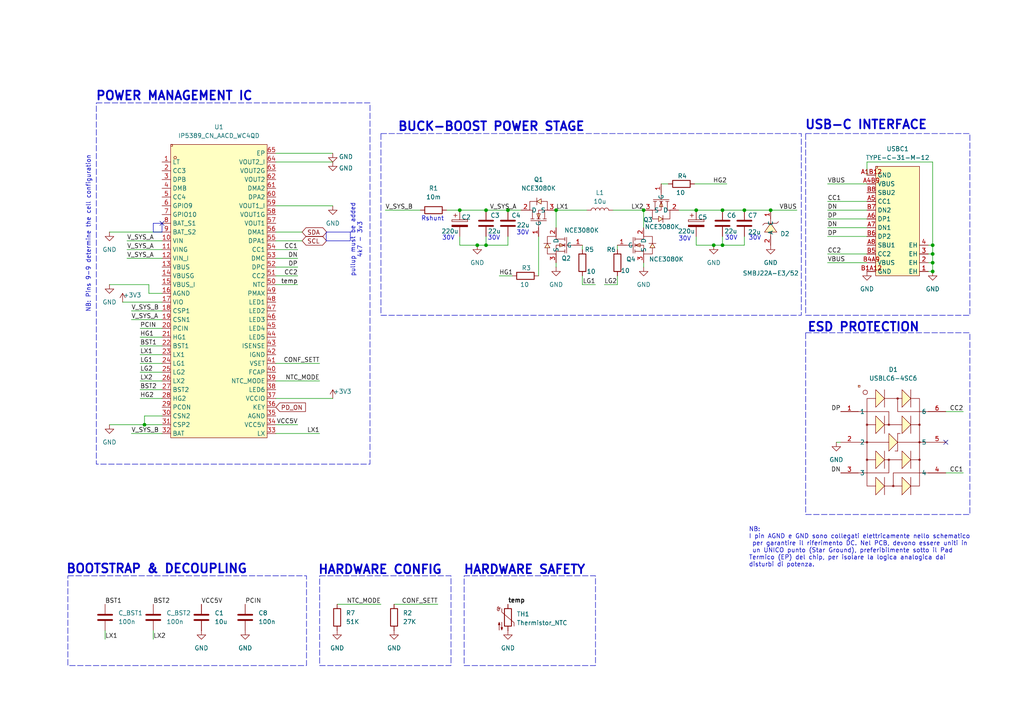
<source format=kicad_sch>
(kicad_sch (version 20250114) (generator "eeschema") (generator_version "9.0")
  (paper "A4")
  (title_block (comment 1 "Angelo Perotti"))
  (lib_symbols
    (symbol "Device:C" (pin_numbers (hide yes)) (pin_names (offset 0.254))
      (property "Reference" "C" (at 0.635 2.54 0))
      (property "Value" "C" (at 0.635 -2.54 0))
      (symbol "C_0_1"
        (polyline (pts (xy -2.032 0.762) (xy 2.032 0.762)) (stroke (width 0.508)))
        (polyline (pts (xy -2.032 -0.762) (xy 2.032 -0.762)) (stroke (width 0.508)))
      )
      (symbol "C_1_1"
        (pin passive line (at 0 3.81 270) (length 2.794) (name "~") (number "1"))
        (pin passive line (at 0 -3.81 90) (length 2.794) (name "~") (number "2"))
      )
    )
    (symbol "Device:C_Polarized" (pin_numbers (hide yes)) (pin_names (offset 0.254))
      (property "Reference" "C" (at 0.635 2.54 0))
      (property "Value" "C_Polarized" (at 0.635 -2.54 0))
      (symbol "C_Polarized_0_1"
        (rectangle (start -2.286 0.508) (end 2.286 1.016))
        (polyline (pts (xy -1.778 2.286) (xy -0.762 2.286)))
        (polyline (pts (xy -1.27 2.794) (xy -1.27 1.778)))
        (rectangle (start 2.286 -0.508) (end -2.286 -1.016) (fill (type outline)))
      )
      (symbol "C_Polarized_1_1"
        (pin passive line (at 0 3.81 270) (length 2.794) (name "~") (number "1"))
        (pin passive line (at 0 -3.81 90) (length 2.794) (name "~") (number "2"))
      )
    )
    (symbol "Device:L" (pin_numbers (hide yes)) (pin_names (offset 1.016) (hide yes))
      (property "Reference" "L" (at -1.27 0 90))
      (property "Value" "L" (at 1.905 0 90))
      (symbol "L_0_1"
        (arc (start 0 2.54) (mid 0.6323 1.905) (end 0 1.27))
        (arc (start 0 1.27) (mid 0.6323 0.635) (end 0 0))
        (arc (start 0 0) (mid 0.6323 -0.635) (end 0 -1.27))
        (arc (start 0 -1.27) (mid 0.6323 -1.905) (end 0 -2.54))
      )
      (symbol "L_1_1"
        (pin passive line (at 0 3.81 270) (length 1.27) (name "1") (number "1"))
        (pin passive line (at 0 -3.81 90) (length 1.27) (name "2") (number "2"))
      )
    )
    (symbol "Device:R" (pin_numbers (hide yes)) (pin_names (offset 0))
      (property "Reference" "R" (at 2.032 0 90))
      (property "Value" "R" (at 0 0 90))
      (symbol "R_0_1"
        (rectangle (start -1.016 -2.54) (end 1.016 2.54) (stroke (width 0.254)))
      )
      (symbol "R_1_1"
        (pin passive line (at 0 3.81 270) (length 1.27) (name "~") (number "1"))
        (pin passive line (at 0 -3.81 90) (length 1.27) (name "~") (number "2"))
      )
    )
    (symbol "Device:Thermistor_NTC" (pin_numbers (hide yes)) (pin_names (offset 0))
      (property "Reference" "TH" (at -4.445 0 90))
      (property "Value" "Thermistor_NTC" (at 3.175 0 90))
      (symbol "Thermistor_NTC_0_1"
        (arc (start -3.175 2.413) (mid -3.0506 2.3165) (end -3.048 2.159))
        (arc (start -3.048 2.794) (mid -2.9736 2.9736) (end -2.794 3.048))
        (arc (start -2.794 3.048) (mid -2.6144 2.9736) (end -2.54 2.794))
        (arc (start -2.794 2.54) (mid -2.9736 2.6144) (end -3.048 2.794))
        (arc (start -2.794 1.905) (mid -2.9736 1.9794) (end -3.048 2.159))
        (arc (start -2.54 2.159) (mid -2.6144 1.9794) (end -2.794 1.905))
        (arc (start -2.159 2.794) (mid -2.434 2.5608) (end -2.794 2.54))
        (polyline (pts (xy -2.54 2.159) (xy -2.54 2.794)))
        (polyline (pts (xy -2.54 -3.683) (xy -2.54 -1.397) (xy -2.794 -2.159) (xy -2.286 -2.159) (xy -2.54 -1.397) (xy -2.54 -1.651)) (fill (type outline)))
        (polyline (pts (xy -1.778 2.54) (xy -1.778 1.524) (xy 1.778 -1.524) (xy 1.778 -2.54)))
        (polyline (pts (xy -1.778 -1.397) (xy -1.778 -3.683) (xy -2.032 -2.921) (xy -1.524 -2.921) (xy -1.778 -3.683) (xy -1.778 -3.429)) (fill (type outline)))
        (rectangle (start -1.016 2.54) (end 1.016 -2.54) (stroke (width 0.254)))
      )
      (symbol "Thermistor_NTC_1_1"
        (pin passive line (at 0 3.81 270) (length 1.27) (name "~") (number "1"))
        (pin passive line (at 0 -3.81 90) (length 1.27) (name "~") (number "2"))
      )
    )
    (symbol "EasyEDA:IP5389_CN_AACD_WC4QD"
      (property "Reference" "U1" (at 0 48.26 0))
      (property "Value" "IP5389_CN_AACD_WC4QD" (at 0 45.72 0))
      (symbol "IP5389_CN_AACD_WC4QD_0_1"
        (rectangle (start -13.97 43.18) (end -13.46 42.67) (fill (type background)))
        (circle (center -12.7 39.37) (radius 0.38))
        (pin unspecified line (at -16.51 38.1 0) (length 2.54) (name "LT") (number "1"))
        (pin unspecified line (at -16.51 35.56 0) (length 2.54) (name "CC3") (number "2"))
        (pin unspecified line (at -16.51 33.02 0) (length 2.54) (name "DPB") (number "3"))
        (pin unspecified line (at -16.51 30.48 0) (length 2.54) (name "DMB") (number "4"))
        (pin unspecified line (at -16.51 27.94 0) (length 2.54) (name "CC4") (number "5"))
        (pin unspecified line (at -16.51 25.4 0) (length 2.54) (name "GPIO9") (number "6"))
        (pin unspecified line (at -16.51 22.86 0) (length 2.54) (name "GPIO10") (number "7"))
        (pin unspecified line (at -16.51 20.32 0) (length 2.54) (name "BAT_S1") (number "8"))
        (pin unspecified line (at -16.51 17.78 0) (length 2.54) (name "BAT_S2") (number "9"))
        (pin unspecified line (at -16.51 15.24 0) (length 2.54) (name "VIN") (number "10"))
        (pin unspecified line (at -16.51 12.7 0) (length 2.54) (name "VING") (number "11"))
        (pin unspecified line (at -16.51 10.16 0) (length 2.54) (name "VIN_I") (number "12"))
        (pin unspecified line (at -16.51 7.62 0) (length 2.54) (name "VBUS") (number "13"))
        (pin unspecified line (at -16.51 5.08 0) (length 2.54) (name "VBUSG") (number "14"))
        (pin unspecified line (at -16.51 2.54 0) (length 2.54) (name "VBUS_I") (number "15"))
        (pin unspecified line (at -16.51 0 0) (length 2.54) (name "AGND") (number "16"))
        (pin unspecified line (at -16.51 -2.54 0) (length 2.54) (name "VIO") (number "17"))
        (pin unspecified line (at -16.51 -5.08 0) (length 2.54) (name "CSP1") (number "18"))
        (pin unspecified line (at -16.51 -7.62 0) (length 2.54) (name "CSN1") (number "19"))
        (pin unspecified line (at -16.51 -10.16 0) (length 2.54) (name "PCIN") (number "20"))
        (pin unspecified line (at -16.51 -12.7 0) (length 2.54) (name "HG1") (number "21"))
        (pin unspecified line (at -16.51 -15.24 0) (length 2.54) (name "BST1") (number "22"))
        (pin unspecified line (at -16.51 -17.78 0) (length 2.54) (name "LX1") (number "23"))
        (pin unspecified line (at -16.51 -20.32 0) (length 2.54) (name "LG1") (number "24"))
        (pin unspecified line (at -16.51 -22.86 0) (length 2.54) (name "LG2") (number "25"))
        (pin unspecified line (at -16.51 -25.4 0) (length 2.54) (name "LX2") (number "26"))
        (pin unspecified line (at -16.51 -27.94 0) (length 2.54) (name "BST2") (number "27"))
        (pin unspecified line (at -16.51 -30.48 0) (length 2.54) (name "HG2") (number "28"))
        (pin unspecified line (at -16.51 -33.02 0) (length 2.54) (name "PCON") (number "29"))
        (pin unspecified line (at -16.51 -35.56 0) (length 2.54) (name "CSN2") (number "30"))
        (pin unspecified line (at -16.51 -38.1 0) (length 2.54) (name "CSP2") (number "31"))
        (pin unspecified line (at -16.51 -40.64 0) (length 2.54) (name "BAT") (number "32"))
        (pin unspecified line (at 16.51 40.64 180) (length 2.54) (name "EP") (number "65"))
        (pin unspecified line (at 16.51 38.1 180) (length 2.54) (name "VOUT2_I") (number "64"))
        (pin unspecified line (at 16.51 35.56 180) (length 2.54) (name "VOUT2G") (number "63"))
        (pin unspecified line (at 16.51 33.02 180) (length 2.54) (name "VOUT2") (number "62"))
        (pin unspecified line (at 16.51 30.48 180) (length 2.54) (name "DMA2") (number "61"))
        (pin unspecified line (at 16.51 27.94 180) (length 2.54) (name "DPA2") (number "60"))
        (pin unspecified line (at 16.51 25.4 180) (length 2.54) (name "VOUT1_I") (number "59"))
        (pin unspecified line (at 16.51 22.86 180) (length 2.54) (name "VOUT1G") (number "58"))
        (pin unspecified line (at 16.51 20.32 180) (length 2.54) (name "VOUT1") (number "57"))
        (pin unspecified line (at 16.51 17.78 180) (length 2.54) (name "DMA1") (number "56"))
        (pin unspecified line (at 16.51 15.24 180) (length 2.54) (name "DPA1") (number "55"))
        (pin unspecified line (at 16.51 12.7 180) (length 2.54) (name "CC1") (number "54"))
        (pin unspecified line (at 16.51 10.16 180) (length 2.54) (name "DMC") (number "53"))
        (pin unspecified line (at 16.51 7.62 180) (length 2.54) (name "DPC") (number "52"))
        (pin unspecified line (at 16.51 5.08 180) (length 2.54) (name "CC2") (number "51"))
        (pin unspecified line (at 16.51 2.54 180) (length 2.54) (name "NTC") (number "50"))
        (pin unspecified line (at 16.51 0 180) (length 2.54) (name "PMAX") (number "49"))
        (pin unspecified line (at 16.51 -2.54 180) (length 2.54) (name "LED1") (number "48"))
        (pin unspecified line (at 16.51 -5.08 180) (length 2.54) (name "LED2") (number "47"))
        (pin unspecified line (at 16.51 -7.62 180) (length 2.54) (name "LED3") (number "46"))
        (pin unspecified line (at 16.51 -10.16 180) (length 2.54) (name "LED4") (number "45"))
        (pin unspecified line (at 16.51 -12.7 180) (length 2.54) (name "LED5") (number "44"))
        (pin unspecified line (at 16.51 -15.24 180) (length 2.54) (name "ISENSE") (number "43"))
        (pin unspecified line (at 16.51 -17.78 180) (length 2.54) (name "IGND") (number "42"))
        (pin unspecified line (at 16.51 -20.32 180) (length 2.54) (name "VSET") (number "41"))
        (pin unspecified line (at 16.51 -22.86 180) (length 2.54) (name "FCAP") (number "40"))
        (pin unspecified line (at 16.51 -25.4 180) (length 2.54) (name "NTC_MODE") (number "39"))
        (pin unspecified line (at 16.51 -27.94 180) (length 2.54) (name "LED6") (number "38"))
        (pin unspecified line (at 16.51 -30.48 180) (length 2.54) (name "VCCIO") (number "37"))
        (pin unspecified line (at 16.51 -33.02 180) (length 2.54) (name "KEY") (number "36"))
        (pin unspecified line (at 16.51 -35.56 180) (length 2.54) (name "AGND") (number "35"))
        (pin unspecified line (at 16.51 -38.1 180) (length 2.54) (name "VCC5V") (number "34"))
        (pin unspecified line (at 16.51 -40.64 180) (length 2.54) (name "LX") (number "33"))
      )
      (symbol "IP5389_CN_AACD_WC4QD_1_1"
        (rectangle (start -13.97 43.18) (end 13.97 -41.91) (fill (type background)))
      )
    )
    (symbol "EasyEDA:NCE3080K"
      (property "Reference" "Q" (at 0 10.16 0))
      (property "Value" "NCE3080K" (at 0 -10.16 0))
      (symbol "NCE3080K_0_1"
        (polyline (pts (xy -2.54 0) (xy -0.51 0)))
        (polyline (pts (xy -0.51 2.29) (xy -0.51 -2.29)))
        (polyline (pts (xy 0 2.29) (xy 0 1.27)))
        (polyline (pts (xy 0 1.78) (xy 2.54 1.78) (xy 2.54 2.54) (xy 5.08 2.54) (xy 5.08 0.51)))
        (polyline (pts (xy 0 0) (xy 1.52 -0.51) (xy 1.52 0.51) (xy 0 0)) (fill (type background)))
        (polyline (pts (xy 0 0) (xy 2.54 0) (xy 2.54 -2.54) (xy 5.08 -2.54) (xy 5.08 -0.76)))
        (polyline (pts (xy 0 -0.51) (xy 0 0.51)))
        (polyline (pts (xy 0 -2.29) (xy 0 -1.27)))
        (polyline (pts (xy 2.54 -1.78) (xy 0 -1.78)))
        (polyline (pts (xy 5.08 0.51) (xy 4.32 -0.76) (xy 5.84 -0.76) (xy 5.08 0.51)) (fill (type background)))
        (polyline (pts (xy 6.1 0.51) (xy 5.59 0.51) (xy 4.57 0.51) (xy 4.06 0.51)))
        (pin unspecified line (at -5.08 0 0) (length 2.54) (name "G") (number "1"))
        (pin unspecified line (at 2.54 5.08 270) (length 2.54) (name "D") (number "2"))
        (pin unspecified line (at 2.54 -5.08 90) (length 2.54) (name "S") (number "3"))
      )
    )
    (symbol "EasyEDA:SMBJ22A-E3_52"
      (property "Reference" "D" (at 0 6.35 0))
      (property "Value" "SMBJ22A-E3/52" (at 0 -3.81 0))
      (symbol "SMBJ22A-E3_52_0_1"
        (polyline (pts (xy -2.54 3.05) (xy -3.05 3.56) (xy -2.54 3.05) (xy -2.54 -0.51) (xy -2.03 -1.02) (xy -2.03 -1.02)))
        (polyline (pts (xy -2.54 1.27) (xy -3.81 1.27)))
        (polyline (pts (xy 0 3.05) (xy -2.54 1.27) (xy 0 -0.51) (xy 0 3.05)) (fill (type background)))
        (polyline (pts (xy 1.27 1.27) (xy 0 1.27)))
        (pin unspecified line (at -6.35 1.27 0) (length 2.54) (name "C") (number "1"))
        (pin unspecified line (at 3.81 1.27 180) (length 2.54) (name "A") (number "2"))
      )
    )
    (symbol "EasyEDA:TYPE-C-31-M-12"
      (property "Reference" "USBC1" (at 0 21.59 0))
      (property "Value" "TYPE-C-31-M-12" (at 0 19.05 0))
      (symbol "TYPE-C-31-M-12_0_1"
        (rectangle (start -6.35 16.51) (end -5.84 16) (fill (type background)))
        (pin unspecified line (at -8.89 13.97 0) (length 2.54) (name "GND") (number "A1B12"))
        (pin unspecified line (at -8.89 11.43 0) (length 2.54) (name "VBUS") (number "A4B9"))
        (pin unspecified line (at -8.89 8.89 0) (length 2.54) (name "SBU2") (number "B8"))
        (pin unspecified line (at -8.89 6.35 0) (length 2.54) (name "CC1") (number "A5"))
        (pin unspecified line (at -8.89 3.81 0) (length 2.54) (name "DN2") (number "B7"))
        (pin unspecified line (at -8.89 1.27 0) (length 2.54) (name "DP1") (number "A6"))
        (pin unspecified line (at -8.89 -1.27 0) (length 2.54) (name "DN1") (number "A7"))
        (pin unspecified line (at -8.89 -3.81 0) (length 2.54) (name "DP2") (number "B6"))
        (pin unspecified line (at -8.89 -6.35 0) (length 2.54) (name "SBU1") (number "A8"))
        (pin unspecified line (at -8.89 -8.89 0) (length 2.54) (name "CC2") (number "B5"))
        (pin unspecified line (at -8.89 -11.43 0) (length 2.54) (name "VBUS") (number "B4A9"))
        (pin unspecified line (at -8.89 -13.97 0) (length 2.54) (name "GND") (number "B1A12"))
        (pin unspecified line (at 8.89 -6.35 180) (length 2.54) (name "EH") (number "4"))
        (pin unspecified line (at 8.89 -8.89 180) (length 2.54) (name "EH") (number "3"))
        (pin unspecified line (at 8.89 -11.43 180) (length 2.54) (name "EH") (number "2"))
        (pin unspecified line (at 8.89 -13.97 180) (length 2.54) (name "EH") (number "1"))
      )
      (symbol "TYPE-C-31-M-12_1_1"
        (rectangle (start -6.35 16.51) (end 6.35 -15.24) (fill (type background)))
      )
    )
    (symbol "EasyEDA:USBLC6-4SC6"
      (property "Reference" "D" (at 0 13.97 0))
      (property "Value" "USBLC6-4SC6" (at 0 -13.97 0))
      (symbol "USBLC6-4SC6_0_1"
        (rectangle (start -10.16 16.51) (end -9.65 16) (fill (type background)))
        (circle (center -8.13 14.48) (radius 0.64))
        (circle (center -7.62 5.08) (radius 0.25))
        (circle (center -7.62 0) (radius 0.25))
        (polyline (pts (xy -7.62 0) (xy -10.16 0)))
        (circle (center -7.62 -5.08) (radius 0.25))
        (polyline (pts (xy -5.08 12.7) (xy -7.62 12.7) (xy -7.62 -12.7) (xy -5.08 -12.7)))
        (polyline (pts (xy -5.08 10.16) (xy -2.54 12.7) (xy -5.08 15.24) (xy -5.08 10.16)) (fill (type background)))
        (polyline (pts (xy -5.08 5.08) (xy -7.62 5.08)))
        (polyline (pts (xy -5.08 2.54) (xy -2.54 5.08) (xy -5.08 7.62) (xy -5.08 2.54)) (fill (type background)))
        (polyline (pts (xy -5.08 -5.08) (xy -7.62 -5.08)))
        (polyline (pts (xy -5.08 -7.62) (xy -2.54 -5.08) (xy -5.08 -2.54) (xy -5.08 -7.62)) (fill (type background)))
        (polyline (pts (xy -5.08 -15.24) (xy -2.54 -12.7) (xy -5.08 -10.16) (xy -5.08 -15.24)) (fill (type background)))
        (polyline (pts (xy -2.54 15.24) (xy -2.54 10.16)))
        (polyline (pts (xy -2.54 7.62) (xy -2.54 2.54)))
        (polyline (pts (xy -2.54 -2.54) (xy -2.54 -7.62)))
        (polyline (pts (xy -2.54 -10.16) (xy -2.54 -15.24)))
        (polyline (pts (xy -2.54 -12.7) (xy 2.54 -12.7)))
        (circle (center -1.27 5.08) (radius 0.25))
        (polyline (pts (xy -1.27 5.08) (xy -1.27 8.89) (xy -10.16 8.89)))
        (polyline (pts (xy -1.27 0) (xy -7.62 0)))
        (polyline (pts (xy -1.27 -2.54) (xy 1.27 0) (xy -1.27 2.54) (xy -1.27 -2.54)) (fill (type background)))
        (circle (center -1.27 -5.08) (radius 0.25))
        (polyline (pts (xy -1.27 -5.08) (xy -1.27 -8.89) (xy -10.16 -8.89)))
        (polyline (pts (xy 0 -12.7) (xy 0 -8.89) (xy 10.16 -8.89)))
        (circle (center 0 -12.7) (radius 0.25))
        (polyline (pts (xy 1.27 12.7) (xy 1.27 8.89) (xy 10.16 8.89)))
        (circle (center 1.27 12.7) (radius 0.25))
        (polyline (pts (xy 1.27 2.54) (xy 1.27 -2.54)))
        (polyline (pts (xy 1.27 2.54) (xy 2.03 2.54)))
        (polyline (pts (xy 1.27 0) (xy 7.62 0)))
        (polyline (pts (xy 1.27 -2.54) (xy 0.51 -2.54)))
        (polyline (pts (xy 2.54 12.7) (xy -2.54 12.7)))
        (polyline (pts (xy 2.54 10.16) (xy 5.08 12.7) (xy 2.54 15.24) (xy 2.54 10.16)) (fill (type background)))
        (polyline (pts (xy 2.54 5.08) (xy -2.54 5.08)))
        (polyline (pts (xy 2.54 2.54) (xy 5.08 5.08) (xy 2.54 7.62) (xy 2.54 2.54)) (fill (type background)))
        (polyline (pts (xy 2.54 -5.08) (xy -2.54 -5.08)))
        (polyline (pts (xy 2.54 -7.62) (xy 5.08 -5.08) (xy 2.54 -2.54) (xy 2.54 -7.62)) (fill (type background)))
        (polyline (pts (xy 2.54 -15.24) (xy 5.08 -12.7) (xy 2.54 -10.16) (xy 2.54 -15.24)) (fill (type background)))
        (polyline (pts (xy 5.08 15.24) (xy 5.08 10.16)))
        (polyline (pts (xy 5.08 7.62) (xy 5.08 2.54)))
        (polyline (pts (xy 5.08 5.08) (xy 7.62 5.08)))
        (polyline (pts (xy 5.08 -2.54) (xy 5.08 -7.62)))
        (polyline (pts (xy 5.08 -10.16) (xy 5.08 -15.24)))
        (polyline (pts (xy 5.08 -12.7) (xy 7.62 -12.7) (xy 7.62 12.7) (xy 5.08 12.7)))
        (circle (center 7.62 5.08) (radius 0.25))
        (polyline (pts (xy 7.62 0) (xy 10.16 0)))
        (circle (center 7.62 0) (radius 0.25))
        (polyline (pts (xy 7.62 -5.08) (xy 5.08 -5.08)))
        (circle (center 7.62 -5.08) (radius 0.25))
        (pin input line (at -15.24 8.89 0) (length 5.08) (name "1") (number "1"))
        (pin input line (at -15.24 0 0) (length 5.08) (name "2") (number "2"))
        (pin input line (at -15.24 -8.89 0) (length 5.08) (name "3") (number "3"))
        (pin input line (at 15.24 8.89 180) (length 5.08) (name "6") (number "6"))
        (pin input line (at 15.24 0 180) (length 5.08) (name "5") (number "5"))
        (pin input line (at 15.24 -8.89 180) (length 5.08) (name "4") (number "4"))
      )
    )
    (symbol "power:+3V3" (power) (pin_numbers (hide yes)) (pin_names (offset 0) (hide yes))
      (property "Value" "+3V3" (at 0 3.556 0))
      (symbol "+3V3_0_1"
        (polyline (pts (xy -0.762 1.27) (xy 0 2.54)))
        (polyline (pts (xy 0 2.54) (xy 0.762 1.27)))
        (polyline (pts (xy 0 0) (xy 0 2.54)))
      )
      (symbol "+3V3_1_1"
        (pin power_in line (at 0 0 90) (length 0) (name "~") (number "1"))
      )
    )
    (symbol "power:GND" (power) (pin_numbers (hide yes)) (pin_names (offset 0) (hide yes))
      (property "Value" "GND" (at 0 -3.81 0))
      (symbol "GND_0_1"
        (polyline (pts (xy 0 0) (xy 0 -1.27) (xy 1.27 -1.27) (xy 0 -2.54) (xy -1.27 -1.27) (xy 0 -1.27)))
      )
      (symbol "GND_1_1"
        (pin power_in line (at 0 0 270) (length 0) (name "~") (number "1"))
      )
    )
  )
  (rectangle (start 94.615 67.31) (end 101.6 69.85))
  (rectangle (start 134.62 167.005) (end 172.72 193.04) (stroke (width 0) (type dash)))
  (rectangle (start 233.68 38.735) (end 281.305 91.44) (stroke (width 0) (type dash)))
  (rectangle (start 110.49 38.735) (end 232.41 91.44) (stroke (width 0) (type dash)))
  (rectangle (start 19.685 167.005) (end 88.9 193.04) (stroke (width 0) (type dash)))
  (rectangle (start 27.94 29.845) (end 107.315 134.62) (stroke (width 0) (type dash)))
  (rectangle (start 44.45 64.77) (end 46.99 67.31))
  (rectangle (start 233.68 96.52) (end 281.305 149.225) (stroke (width 0) (type dash)))
  (rectangle (start 92.71 167.005) (end 130.81 193.04) (stroke (width 0) (type dash)))
  (text "BUCK-BOOST POWER STAGE" (at 142.494 36.83 0) (effects (font (size 2.54 2.54) (thickness 0.508) (bold yes))))
  (text "pullup must be added\n4k7 - 3v3" (at 103.378 69.596 90) (effects (font (size 1.27 1.27))))
  (text "NB:\nI pin AGND e GND sono collegati elettricamente nello schematico\n per garantire il riferimento DC. Nel PCB, devono essere uniti in\n un UNICO punto (Star Ground), preferibilmente sotto il Pad \nTermico (EP) del chip, per isolare la logica analogica dai \ndisturbi di potenza.\n" (at 217.17 158.75 0) (effects (font (size 1.27 1.27)) (justify left)))
  (text "HARDWARE CONFIG\n" (at 110.236 165.354 0) (effects (font (size 2.54 2.54) (thickness 0.508) (bold yes))))
  (text "ESD PROTECTION\n" (at 250.444 94.996 0) (effects (font (size 2.54 2.54) (thickness 0.508) (bold yes))))
  (text "30V\n" (at 212.09 69.088 0) (effects (font (size 1.27 1.27))))
  (text "POWER MANAGEMENT IC" (at 50.546 27.94 0) (effects (font (size 2.54 2.54) (thickness 0.508) (bold yes))))
  (text "USB-C INTERFACE" (at 251.206 36.322 0) (effects (font (size 2.54 2.54) (thickness 0.508) (bold yes))))
  (text "30V\n" (at 143.256 69.088 0) (effects (font (size 1.27 1.27))))
  (text "30V\n" (at 151.638 67.564 0) (effects (font (size 1.27 1.27))))
  (text "BOOTSTRAP & DECOUPLING" (at 45.466 165.1 0) (effects (font (size 2.54 2.54) (thickness 0.508) (bold yes))))
  (text "30V\n" (at 198.628 69.342 0) (effects (font (size 1.27 1.27))))
  (text "30V\n" (at 130.048 69.088 0) (effects (font (size 1.27 1.27))))
  (text "NB: Pins 9-9 determine the cell configuration" (at 25.654 67.818 90) (effects (font (size 1.27 1.27))))
  (text "30V\n" (at 218.948 69.088 0) (effects (font (size 1.27 1.27))))
  (text "Rshunt\n" (at 125.476 63.5 0) (effects (font (size 1.27 1.27))))
  (text "HARDWARE SAFETY\n\n" (at 152.146 167.386 0) (effects (font (size 2.54 2.54) (thickness 0.508) (bold yes))))
  (junction (at 140.97 60.96))
  (junction (at 209.55 60.96))
  (junction (at 207.01 71.12))
  (junction (at 41.91 123.19))
  (junction (at 270.51 71.12))
  (junction (at 270.51 76.2))
  (junction (at 223.52 60.96))
  (junction (at 201.93 60.96))
  (junction (at 270.51 73.66))
  (junction (at 140.97 71.12))
  (junction (at 147.32 60.96))
  (junction (at 138.43 71.12))
  (junction (at 161.29 60.96))
  (junction (at 270.51 78.74))
  (junction (at 209.55 71.12))
  (junction (at 186.69 60.96))
  (junction (at 133.35 60.96))
  (junction (at 215.9 60.96))
  (no_connect (at 46.99 64.77))
  (no_connect (at 274.32 128.27))
  (wire (pts (xy 201.93 68.58) (xy 201.93 71.12)))
  (wire (pts (xy 270.51 73.66) (xy 270.51 76.2)))
  (wire (pts (xy 240.03 66.04) (xy 251.46 66.04)))
  (wire (pts (xy 40.64 100.33) (xy 46.99 100.33)))
  (wire (pts (xy 92.71 110.49) (xy 80.01 110.49)))
  (wire (pts (xy 96.52 115.57) (xy 80.01 115.57)))
  (wire (pts (xy 144.78 80.01) (xy 148.59 80.01)))
  (wire (pts (xy 242.57 128.27) (xy 243.84 128.27)))
  (wire (pts (xy 161.29 60.96) (xy 161.29 66.04)))
  (wire (pts (xy 215.9 60.96) (xy 223.52 60.96)))
  (wire (pts (xy 279.4 137.16) (xy 274.32 137.16)))
  (wire (pts (xy 240.03 58.42) (xy 251.46 58.42)))
  (wire (pts (xy 40.64 110.49) (xy 46.99 110.49)))
  (wire (pts (xy 251.46 46.99) (xy 251.46 50.8)))
  (wire (pts (xy 41.91 123.19) (xy 46.99 123.19)))
  (wire (pts (xy 186.69 60.96) (xy 186.69 66.04)))
  (wire (pts (xy 168.91 82.55) (xy 168.91 80.01)))
  (wire (pts (xy 270.51 71.12) (xy 270.51 73.66)))
  (wire (pts (xy 86.36 82.55) (xy 80.01 82.55)))
  (wire (pts (xy 133.35 60.96) (xy 140.97 60.96)))
  (wire (pts (xy 133.35 68.58) (xy 133.35 71.12)))
  (wire (pts (xy 36.83 74.93) (xy 46.99 74.93)))
  (wire (pts (xy 30.48 185.42) (xy 30.48 182.88)))
  (wire (pts (xy 168.91 72.39) (xy 168.91 71.12)))
  (wire (pts (xy 240.03 63.5) (xy 251.46 63.5)))
  (wire (pts (xy 175.26 82.55) (xy 179.07 82.55)))
  (wire (pts (xy 172.72 82.55) (xy 168.91 82.55)))
  (wire (pts (xy 40.64 105.41) (xy 46.99 105.41)))
  (wire (pts (xy 35.56 87.63) (xy 46.99 87.63)))
  (wire (pts (xy 92.71 105.41) (xy 80.01 105.41)))
  (wire (pts (xy 140.97 71.12) (xy 147.32 71.12)))
  (wire (pts (xy 161.29 77.47) (xy 161.29 76.2)))
  (wire (pts (xy 179.07 82.55) (xy 179.07 80.01)))
  (wire (pts (xy 269.24 71.12) (xy 270.51 71.12)))
  (wire (pts (xy 170.18 60.96) (xy 161.29 60.96)))
  (wire (pts (xy 86.36 80.01) (xy 80.01 80.01)))
  (wire (pts (xy 147.32 60.96) (xy 151.13 60.96)))
  (wire (pts (xy 279.4 119.38) (xy 274.32 119.38)))
  (wire (pts (xy 87.63 69.85) (xy 80.01 69.85)))
  (wire (pts (xy 133.35 71.12) (xy 138.43 71.12)))
  (wire (pts (xy 43.18 82.55) (xy 43.18 85.09)))
  (wire (pts (xy 215.9 68.58) (xy 215.9 71.12)))
  (wire (pts (xy 46.99 97.79) (xy 40.64 97.79)))
  (wire (pts (xy 209.55 71.12) (xy 207.01 71.12)))
  (wire (pts (xy 140.97 60.96) (xy 147.32 60.96)))
  (wire (pts (xy 36.83 72.39) (xy 46.99 72.39)))
  (wire (pts (xy 127 175.26) (xy 114.3 175.26)))
  (wire (pts (xy 201.93 60.96) (xy 209.55 60.96)))
  (wire (pts (xy 92.71 125.73) (xy 80.01 125.73)))
  (wire (pts (xy 87.63 67.31) (xy 80.01 67.31)))
  (wire (pts (xy 96.52 44.45) (xy 80.01 44.45)))
  (wire (pts (xy 270.51 76.2) (xy 270.51 78.74)))
  (wire (pts (xy 96.52 59.69) (xy 80.01 59.69)))
  (wire (pts (xy 40.64 113.03) (xy 46.99 113.03)))
  (wire (pts (xy 177.8 60.96) (xy 186.69 60.96)))
  (wire (pts (xy 31.75 82.55) (xy 43.18 82.55)))
  (wire (pts (xy 269.24 76.2) (xy 270.51 76.2)))
  (wire (pts (xy 111.76 60.96) (xy 121.92 60.96)))
  (wire (pts (xy 129.54 60.96) (xy 133.35 60.96)))
  (wire (pts (xy 40.64 115.57) (xy 46.99 115.57)))
  (wire (pts (xy 147.32 68.58) (xy 147.32 71.12)))
  (wire (pts (xy 40.64 107.95) (xy 46.99 107.95)))
  (wire (pts (xy 86.36 77.47) (xy 80.01 77.47)))
  (wire (pts (xy 240.03 53.34) (xy 251.46 53.34)))
  (wire (pts (xy 223.52 60.96) (xy 231.14 60.96)))
  (wire (pts (xy 86.36 72.39) (xy 80.01 72.39)))
  (wire (pts (xy 270.51 71.12) (xy 270.51 46.99)))
  (wire (pts (xy 41.91 120.65) (xy 41.91 123.19)))
  (wire (pts (xy 193.8306 53.34) (xy 191.77 53.34)))
  (wire (pts (xy 38.1 92.71) (xy 46.99 92.71)))
  (wire (pts (xy 140.97 71.12) (xy 138.43 71.12)))
  (wire (pts (xy 140.97 68.58) (xy 140.97 71.12)))
  (wire (pts (xy 179.07 72.39) (xy 179.07 71.12)))
  (wire (pts (xy 210.82 53.34) (xy 201.4506 53.34)))
  (wire (pts (xy 110.49 175.26) (xy 97.79 175.26)))
  (wire (pts (xy 38.1 125.73) (xy 46.99 125.73)))
  (wire (pts (xy 31.75 123.19) (xy 41.91 123.19)))
  (wire (pts (xy 240.03 60.96) (xy 251.46 60.96)))
  (wire (pts (xy 86.36 74.93) (xy 80.01 74.93)))
  (wire (pts (xy 156.21 80.01) (xy 156.21 68.58)))
  (wire (pts (xy 209.55 71.12) (xy 215.9 71.12)))
  (wire (pts (xy 96.52 46.99) (xy 80.01 46.99)))
  (wire (pts (xy 240.03 68.58) (xy 251.46 68.58)))
  (wire (pts (xy 270.51 46.99) (xy 251.46 46.99)))
  (wire (pts (xy 209.55 68.58) (xy 209.55 71.12)))
  (wire (pts (xy 40.64 102.87) (xy 46.99 102.87)))
  (wire (pts (xy 269.24 73.66) (xy 270.51 73.66)))
  (wire (pts (xy 46.99 95.25) (xy 40.64 95.25)))
  (wire (pts (xy 201.93 71.12) (xy 207.01 71.12)))
  (wire (pts (xy 86.36 123.19) (xy 80.01 123.19)))
  (wire (pts (xy 31.75 67.31) (xy 46.99 67.31)))
  (wire (pts (xy 46.99 120.65) (xy 41.91 120.65)))
  (wire (pts (xy 209.55 60.96) (xy 215.9 60.96)))
  (wire (pts (xy 43.18 85.09) (xy 46.99 85.09)))
  (wire (pts (xy 38.1 90.17) (xy 46.99 90.17)))
  (wire (pts (xy 44.45 185.42) (xy 44.45 182.88)))
  (wire (pts (xy 36.83 69.85) (xy 46.99 69.85)))
  (wire (pts (xy 240.03 76.2) (xy 251.46 76.2)))
  (wire (pts (xy 240.03 73.66) (xy 251.46 73.66)))
  (wire (pts (xy 270.51 78.74) (xy 269.24 78.74)))
  (wire (pts (xy 186.69 76.2) (xy 186.69 77.47)))
  (wire (pts (xy 201.93 60.96) (xy 196.85 60.96)))
  (label "LX2" (at 186.69 60.96 180))
  (label "VBUS" (at 231.14 60.96 180))
  (label "CC1" (at 86.36 72.39 180))
  (label "DP" (at 240.03 68.58 0))
  (label "V_SYS_B" (at 38.1 90.17 0))
  (label "V_SYS_B" (at 38.1 125.73 0))
  (label "V_SYS_A" (at 38.1 92.71 0))
  (label "DN" (at 240.03 66.04 0))
  (label "DP" (at 243.84 119.38 180))
  (label "LX1" (at 30.48 185.42 0))
  (label "V_SYS_A" (at 36.83 74.93 0))
  (label "CC1" (at 279.4 137.16 180))
  (label "V_SYS_A" (at 149.86 60.96 180))
  (label "HG1" (at 40.64 97.79 0))
  (label "BST2" (at 40.64 113.03 0))
  (label "V_SYS_A" (at 36.83 72.39 0))
  (label "HG2" (at 40.64 115.57 0))
  (label "DN" (at 86.36 74.93 180))
  (label "LG2" (at 40.64 107.95 0))
  (label "VBUS" (at 240.03 76.2 0))
  (label "LX1" (at 161.29 60.96 0))
  (label "PCIN" (at 71.12 175.26 0))
  (label "DN" (at 240.03 60.96 0))
  (label "CC1" (at 240.03 58.42 0))
  (label "V_SYS_B" (at 111.76 60.96 0))
  (label "LG2" (at 175.26 82.55 0))
  (label "CC2" (at 240.03 73.66 0))
  (label "BST1" (at 40.64 100.33 0))
  (label "DP" (at 240.03 63.5 0))
  (label "temp" (at 86.36 82.55 180) (effects (font (thickness 0.1588))))
  (label "CONF_SETT" (at 92.71 105.41 180))
  (label "PCIN" (at 40.64 95.25 0))
  (label "DP" (at 86.36 77.47 180))
  (label "HG2" (at 210.82 53.34 180))
  (label "LX2" (at 40.64 110.49 0))
  (label "CC2" (at 86.36 80.01 180))
  (label "CONF_SETT" (at 127 175.26 180))
  (label "VCC5V" (at 86.36 123.19 180))
  (label "LG1" (at 172.72 82.55 180))
  (label "BST1" (at 30.48 175.26 0))
  (label "LX2" (at 44.45 185.42 0))
  (label "BST2" (at 44.45 175.26 0))
  (label "DN" (at 243.84 137.16 180))
  (label "LG1" (at 40.64 105.41 0))
  (label "HG1" (at 144.78 80.01 0))
  (label "LX1" (at 92.71 125.73 180))
  (label "temp" (at 147.32 175.26 0) (effects (font (thickness 0.254) (bold yes))))
  (label "CC2" (at 279.4 119.38 180))
  (label "NTC_MODE" (at 110.49 175.26 180))
  (label "NTC_MODE" (at 92.71 110.49 180))
  (label "LX1" (at 40.64 102.87 0))
  (label "VBUS" (at 240.03 53.34 0))
  (label "V_SYS_A" (at 36.83 69.85 0))
  (label "VCC5V" (at 58.42 175.26 0))
  (global_label "SDA" (shape bidirectional) (at 87.63 67.31 0) (effects (font (thickness 0.1588))) (property "Intersheetrefs" "${INTERSHEET_REFS}" (effects (hide yes))))
  (global_label "PD_ON" (shape input) (at 80.01 118.11 0) (effects (font (thickness 0.1588))) (property "Intersheetrefs" "${INTERSHEET_REFS}" (effects (hide yes))))
  (global_label "SCL" (shape bidirectional) (at 87.63 69.85 0) (effects (font (thickness 0.1588))) (property "Intersheetrefs" "${INTERSHEET_REFS}" (effects (hide yes))))
  (symbol (lib_id "power:GND") (at 207.01 71.12 0) (unit 1)
    (property "Reference" "#PWR09" (effects (hide yes)))
    (property "Value" "GND" (at 207.01 76.2 0))
    (property "Description" "Power symbol creates a global label with name \"GND\" , ground" (effects (hide yes)))
  )
  (symbol (lib_id "Device:L") (at 173.99 60.96 90) (unit 1)
    (property "Reference" "L1" (at 173.99 55.88 90))
    (property "Value" "10u" (at 173.99 58.42 90))
    (property "Description" "Inductor" (effects (hide yes)))
  )
  (symbol (lib_id "EasyEDA:NCE3080K") (at 163.83 71.12 0) (mirror y) (unit 1)
    (property "Reference" "Q2" (at 165.608 74.93 0) (effects (justify left)))
    (property "Value" "NCE3080K" (at 173.736 66.802 0) (effects (justify left)))
    (property "Footprint" "EasyEDA:TO-252-2_L6.6-W6.1-P4.57-LS9.9-TL-CW" (effects (hide yes)))
    (property "Datasheet" "https://lcsc.com/product-detail/MOSFET_NCE3080K_C108901.html" (effects (hide yes)))
    (property "LCSC Part" "C108901" (effects (hide yes)))
  )
  (symbol (lib_id "Device:C") (at 140.97 64.77 0) (unit 1)
    (property "Reference" "C3" (at 142.24 62.484 0) (effects (justify left)))
    (property "Value" "22u" (at 141.478 67.056 0) (effects (justify left)))
    (property "Description" "Unpolarized capacitor" (effects (hide yes)))
  )
  (symbol (lib_id "EasyEDA:NCE3080K") (at 156.21 63.5 90) (unit 1)
    (property "Reference" "Q1" (at 156.21 52.07 90))
    (property "Value" "NCE3080K" (at 156.21 54.61 90))
    (property "Footprint" "EasyEDA:TO-252-2_L6.6-W6.1-P4.57-LS9.9-TL-CW" (effects (hide yes)))
    (property "Datasheet" "https://lcsc.com/product-detail/MOSFET_NCE3080K_C108901.html" (effects (hide yes)))
    (property "LCSC Part" "C108901" (effects (hide yes)))
  )
  (symbol (lib_id "Device:R") (at 152.4 80.01 90) (unit 1)
    (property "Reference" "R3" (at 152.654 77.724 90))
    (property "Value" "10" (at 152.146 82.55 90))
    (property "Description" "Resistor" (effects (hide yes)))
  )
  (symbol (lib_id "power:GND") (at 147.32 182.88 0) (unit 1)
    (property "Reference" "#PWR07" (effects (hide yes)))
    (property "Value" "GND" (at 147.32 187.96 0))
    (property "Description" "Power symbol creates a global label with name \"GND\" , ground" (effects (hide yes)))
  )
  (symbol (lib_id "power:GND") (at 71.12 182.88 0) (unit 1)
    (property "Reference" "#PWR012" (effects (hide yes)))
    (property "Value" "GND" (at 71.12 187.96 0))
    (property "Description" "Power symbol creates a global label with name \"GND\" , ground" (effects (hide yes)))
  )
  (symbol (lib_id "Device:R") (at 97.79 179.07 0) (unit 1)
    (property "Reference" "R7" (at 100.33 177.7999 0) (effects (justify left)))
    (property "Value" "51K" (at 100.33 180.3399 0) (effects (justify left)))
    (property "Description" "Resistor" (effects (hide yes)))
  )
  (symbol (lib_id "Device:R") (at 125.73 60.96 90) (unit 1)
    (property "Reference" "R1" (at 125.73 54.61 90))
    (property "Value" "10m" (at 125.73 57.15 90))
    (property "Description" "Resistor" (effects (hide yes)))
  )
  (symbol (lib_id "power:GND") (at 96.52 46.99 0) (unit 1)
    (property "Reference" "#PWR014" (effects (hide yes)))
    (property "Value" "GND" (at 100.33 48.768 0))
    (property "Description" "Power symbol creates a global label with name \"GND\" , ground" (effects (hide yes)))
  )
  (symbol (lib_id "power:GND") (at 31.75 67.31 0) (mirror y) (unit 1)
    (property "Reference" "#PWR018" (effects (hide yes)))
    (property "Value" "GND" (at 31.75 72.39 0))
    (property "Description" "Power symbol creates a global label with name \"GND\" , ground" (effects (hide yes)))
  )
  (symbol (lib_id "power:GND") (at 31.75 82.55 0) (unit 1)
    (property "Reference" "#PWR011" (effects (hide yes)))
    (property "Value" "GND" (at 31.75 87.63 0))
    (property "Description" "Power symbol creates a global label with name \"GND\" , ground" (effects (hide yes)))
  )
  (symbol (lib_id "power:GND") (at 96.52 44.45 0) (unit 1)
    (property "Reference" "#PWR010" (effects (hide yes)))
    (property "Value" "GND" (at 100.33 45.466 0))
    (property "Description" "Power symbol creates a global label with name \"GND\" , ground" (effects (hide yes)))
  )
  (symbol (lib_id "power:GND") (at 186.69 77.47 0) (unit 1)
    (property "Reference" "#PWR02" (effects (hide yes)))
    (property "Value" "GND" (at 186.69 82.55 0))
    (property "Description" "Power symbol creates a global label with name \"GND\" , ground" (effects (hide yes)))
  )
  (symbol (lib_id "Device:C") (at 215.9 64.77 0) (unit 1)
    (property "Reference" "C7" (at 216.916 62.484 0) (effects (justify left)))
    (property "Value" "22u" (at 216.916 67.31 0) (effects (justify left)))
    (property "Description" "Unpolarized capacitor" (effects (hide yes)))
  )
  (symbol (lib_id "Device:C") (at 30.48 179.07 0) (unit 1)
    (property "Reference" "C_BST1" (at 34.29 177.7999 0) (effects (justify left)))
    (property "Value" "100n" (at 34.29 180.3399 0) (effects (justify left)))
    (property "Description" "Unpolarized capacitor" (effects (hide yes)))
  )
  (symbol (lib_id "Device:C_Polarized") (at 201.93 64.77 0) (unit 1)
    (property "Reference" "C5" (at 202.438 62.992 0) (effects (justify left)))
    (property "Value" "220u" (at 196.596 67.056 0) (effects (justify left)))
    (property "Description" "Polarized capacitor" (effects (hide yes)))
  )
  (symbol (lib_id "EasyEDA:IP5389_CN_AACD_WC4QD") (at 63.5 85.09 0) (unit 1)
    (property "Reference" "U1" (at 63.5 36.83 0))
    (property "Value" "IP5389_CN_AACD_WC4QD" (at 63.5 39.37 0))
    (property "Footprint" "EasyEDA:QFN-64_L8.0-W8.0-P0.40-TL-EP6.2" (effects (hide yes)))
    (property "Datasheet" "kicad-embed://IP5389.PDF" (effects (hide yes)))
    (property "LCSC Part" "C42411073" (effects (hide yes)))
  )
  (symbol (lib_id "Device:R") (at 179.07 76.2 180) (unit 1)
    (property "Reference" "R6" (at 177.292 72.39 0))
    (property "Value" "10" (at 181.356 78.486 0))
    (property "Description" "Resistor" (effects (hide yes)))
  )
  (symbol (lib_id "power:+3V3") (at 96.52 115.57 0) (unit 1)
    (property "Reference" "#PWR021" (effects (hide yes)))
    (property "Value" "+3V3" (at 99.314 113.538 0))
    (property "Description" "Power symbol creates a global label with name \"+3V3\"" (effects (hide yes)))
  )
  (symbol (lib_id "power:GND") (at 161.29 77.47 0) (unit 1)
    (property "Reference" "#PWR01" (effects (hide yes)))
    (property "Value" "GND" (at 161.29 82.55 0))
    (property "Description" "Power symbol creates a global label with name \"GND\" , ground" (effects (hide yes)))
  )
  (symbol (lib_id "power:GND") (at 31.75 123.19 0) (mirror y) (unit 1)
    (property "Reference" "#PWR019" (effects (hide yes)))
    (property "Value" "GND" (at 31.75 128.27 0))
    (property "Description" "Power symbol creates a global label with name \"GND\" , ground" (effects (hide yes)))
  )
  (symbol (lib_id "Device:C") (at 209.55 64.77 0) (unit 1)
    (property "Reference" "C6" (at 210.82 62.484 0) (effects (justify left)))
    (property "Value" "22u" (at 210.058 67.056 0) (effects (justify left)))
    (property "Description" "Unpolarized capacitor" (effects (hide yes)))
  )
  (symbol (lib_id "Device:C") (at 44.45 179.07 0) (unit 1)
    (property "Reference" "C_BST2" (at 48.26 177.7999 0) (effects (justify left)))
    (property "Value" "100n" (at 48.26 180.3399 0) (effects (justify left)))
    (property "Description" "Unpolarized capacitor" (effects (hide yes)))
  )
  (symbol (lib_id "power:GND") (at 138.43 71.12 0) (unit 1)
    (property "Reference" "#PWR08" (effects (hide yes)))
    (property "Value" "GND" (at 138.43 76.2 0))
    (property "Description" "Power symbol creates a global label with name \"GND\" , ground" (effects (hide yes)))
  )
  (symbol (lib_id "power:GND") (at 58.42 182.88 0) (unit 1)
    (property "Reference" "#PWR03" (effects (hide yes)))
    (property "Value" "GND" (at 58.42 187.96 0))
    (property "Description" "Power symbol creates a global label with name \"GND\" , ground" (effects (hide yes)))
  )
  (symbol (lib_id "power:GND") (at 96.52 59.69 0) (unit 1)
    (property "Reference" "#PWR013" (effects (hide yes)))
    (property "Value" "GND" (at 96.52 64.77 0))
    (property "Description" "Power symbol creates a global label with name \"GND\" , ground" (effects (hide yes)))
  )
  (symbol (lib_id "power:GND") (at 270.51 78.74 0) (unit 1)
    (property "Reference" "#PWR05" (effects (hide yes)))
    (property "Value" "GND" (at 270.51 83.82 0))
    (property "Description" "Power symbol creates a global label with name \"GND\" , ground" (effects (hide yes)))
  )
  (symbol (lib_id "Device:R") (at 197.6406 53.34 90) (unit 1)
    (property "Reference" "R4" (at 197.8946 51.054 90))
    (property "Value" "10" (at 197.3866 55.88 90))
    (property "Description" "Resistor" (effects (hide yes)))
  )
  (symbol (lib_id "Device:R") (at 168.91 76.2 180) (unit 1)
    (property "Reference" "R5" (at 170.942 72.39 0))
    (property "Value" "10" (at 171.45 78.74 0))
    (property "Description" "Resistor" (effects (hide yes)))
  )
  (symbol (lib_id "Device:Thermistor_NTC") (at 147.32 179.07 0) (unit 1)
    (property "Reference" "TH1" (at 149.86 178.1174 0) (effects (justify left)))
    (property "Value" "Thermistor_NTC" (at 149.86 180.6574 0) (effects (justify left)))
    (property "Description" "Temperature dependent resistor, negative temperature coefficient" (effects (hide yes)))
  )
  (symbol (lib_id "power:GND") (at 223.52 71.12 0) (unit 1)
    (property "Reference" "#PWR017" (effects (hide yes)))
    (property "Value" "GND" (at 223.52 76.2 0))
    (property "Description" "Power symbol creates a global label with name \"GND\" , ground" (effects (hide yes)))
  )
  (symbol (lib_id "EasyEDA:TYPE-C-31-M-12") (at 260.35 64.77 0) (unit 1)
    (property "Reference" "USBC1" (at 260.35 43.18 0))
    (property "Value" "TYPE-C-31-M-12" (at 260.35 45.72 0))
    (property "Footprint" "EasyEDA:USB-C_SMD-TYPE-C-31-M-12_1" (effects (hide yes)))
    (property "Datasheet" "https://lcsc.com/product-detail/USB-Type-C_Korean-Hroparts-Elec-TYPE-C-31-M-12_C165948.html" (effects (hide yes)))
    (property "LCSC Part" "C165948" (effects (hide yes)))
  )
  (symbol (lib_id "EasyEDA:SMBJ22A-E3_52") (at 222.25 67.31 270) (unit 1)
    (property "Reference" "D2" (at 226.314 67.818 90) (effects (justify left)))
    (property "Value" "SMBJ22A-E3/52" (at 215.392 79.248 90) (effects (justify left)))
    (property "Footprint" "EasyEDA:SMB_L4.3-W3.6-LS5.4-RD" (effects (hide yes)))
    (property "LCSC Part" "C3698580" (effects (hide yes)))
  )
  (symbol (lib_id "Device:C") (at 58.42 179.07 0) (unit 1)
    (property "Reference" "C1" (at 62.23 177.7999 0) (effects (justify left)))
    (property "Value" "10u" (at 62.23 180.3399 0) (effects (justify left)))
    (property "Description" "Unpolarized capacitor" (effects (hide yes)))
  )
  (symbol (lib_id "power:GND") (at 114.3 182.88 0) (unit 1)
    (property "Reference" "#PWR06" (effects (hide yes)))
    (property "Value" "GND" (at 114.3 187.96 0))
    (property "Description" "Power symbol creates a global label with name \"GND\" , ground" (effects (hide yes)))
  )
  (symbol (lib_id "Device:C_Polarized") (at 133.35 64.77 0) (unit 1)
    (property "Reference" "C2" (at 133.858 62.992 0) (effects (justify left)))
    (property "Value" "220u" (at 128.016 67.056 0) (effects (justify left)))
    (property "Description" "Polarized capacitor" (effects (hide yes)))
  )
  (symbol (lib_id "EasyEDA:NCE3080K") (at 191.77 58.42 270) (unit 1)
    (property "Reference" "Q3" (at 187.96 63.754 90))
    (property "Value" "NCE3080K" (at 192.024 65.786 90))
    (property "Footprint" "EasyEDA:TO-252-2_L6.6-W6.1-P4.57-LS9.9-TL-CW" (effects (hide yes)))
    (property "Datasheet" "https://lcsc.com/product-detail/MOSFET_NCE3080K_C108901.html" (effects (hide yes)))
    (property "LCSC Part" "C108901" (effects (hide yes)))
  )
  (symbol (lib_id "Device:C") (at 147.32 64.77 0) (unit 1)
    (property "Reference" "C4" (at 148.336 62.484 0) (effects (justify left)))
    (property "Value" "22u" (at 149.86 65.278 0) (effects (justify left)))
    (property "Description" "Unpolarized capacitor" (effects (hide yes)))
  )
  (symbol (lib_id "Device:C") (at 71.12 179.07 0) (unit 1)
    (property "Reference" "C8" (at 74.93 177.7999 0) (effects (justify left)))
    (property "Value" "100n" (at 74.93 180.3399 0) (effects (justify left)))
    (property "Description" "Unpolarized capacitor" (effects (hide yes)))
  )
  (symbol (lib_id "power:GND") (at 242.57 128.27 0) (unit 1)
    (property "Reference" "#PWR016" (effects (hide yes)))
    (property "Value" "GND" (at 242.57 133.35 0))
    (property "Description" "Power symbol creates a global label with name \"GND\" , ground" (effects (hide yes)))
  )
  (symbol (lib_id "EasyEDA:USBLC6-4SC6") (at 259.08 128.27 0) (unit 1)
    (property "Reference" "D1" (at 259.08 107.188 0))
    (property "Value" "USBLC6-4SC6" (at 259.08 109.728 0))
    (property "Footprint" "EasyEDA:SOT-23-6_L2.9-W1.6-P0.95-LS2.8-BL" (effects (hide yes)))
    (property "Datasheet" "https://lcsc.com/product-detail/Diodes-ESD_STMicroelectronics_USBLC6-4SC6_USBLC6-4SC6_C111212.html" (effects (hide yes)))
    (property "LCSC Part" "C111212" (effects (hide yes)))
  )
  (symbol (lib_id "EasyEDA:NCE3080K") (at 184.15 71.12 0) (unit 1)
    (property "Reference" "Q4" (at 181.61 75.184 0) (effects (justify left)))
    (property "Value" "NCE3080K" (at 188.214 75.184 0) (effects (justify left)))
    (property "Footprint" "EasyEDA:TO-252-2_L6.6-W6.1-P4.57-LS9.9-TL-CW" (effects (hide yes)))
    (property "Datasheet" "https://lcsc.com/product-detail/MOSFET_NCE3080K_C108901.html" (effects (hide yes)))
    (property "LCSC Part" "C108901" (effects (hide yes)))
  )
  (symbol (lib_id "power:+3V3") (at 35.56 87.63 0) (unit 1)
    (property "Reference" "#PWR015" (effects (hide yes)))
    (property "Value" "+3V3" (at 38.354 85.598 0))
    (property "Description" "Power symbol creates a global label with name \"+3V3\"" (effects (hide yes)))
  )
  (symbol (lib_id "power:GND") (at 97.79 182.88 0) (unit 1)
    (property "Reference" "#PWR020" (effects (hide yes)))
    (property "Value" "GND" (at 97.79 187.96 0))
    (property "Description" "Power symbol creates a global label with name \"GND\" , ground" (effects (hide yes)))
  )
  (symbol (lib_id "power:GND") (at 251.46 78.74 0) (unit 1)
    (property "Reference" "#PWR04" (effects (hide yes)))
    (property "Value" "GND" (at 251.46 83.82 0))
    (property "Description" "Power symbol creates a global label with name \"GND\" , ground" (effects (hide yes)))
  )
  (symbol (lib_id "Device:R") (at 114.3 179.07 0) (unit 1)
    (property "Reference" "R2" (at 116.84 177.7999 0) (effects (justify left)))
    (property "Value" "27K" (at 116.84 180.3399 0) (effects (justify left)))
    (property "Description" "Resistor" (effects (hide yes)))
  )
)
</source>
